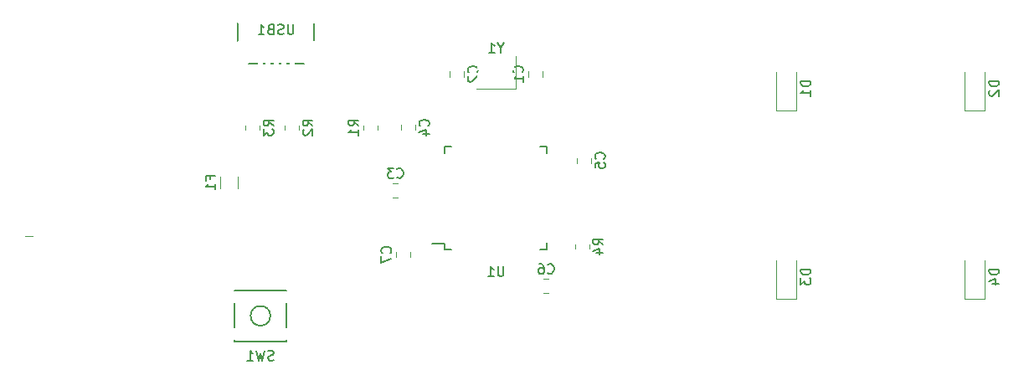
<source format=gbo>
G04 #@! TF.GenerationSoftware,KiCad,Pcbnew,(5.1.4)-1*
G04 #@! TF.CreationDate,2021-01-24T19:33:32+11:00*
G04 #@! TF.ProjectId,aio3 PCB guide,61696f33-2050-4434-9220-67756964652e,rev?*
G04 #@! TF.SameCoordinates,Original*
G04 #@! TF.FileFunction,Legend,Bot*
G04 #@! TF.FilePolarity,Positive*
%FSLAX46Y46*%
G04 Gerber Fmt 4.6, Leading zero omitted, Abs format (unit mm)*
G04 Created by KiCad (PCBNEW (5.1.4)-1) date 2021-01-24 19:33:32*
%MOMM*%
%LPD*%
G04 APERTURE LIST*
%ADD10C,0.150000*%
%ADD11C,0.120000*%
%ADD12R,0.602000X2.352000*%
%ADD13O,1.802000X2.802000*%
%ADD14C,1.852000*%
%ADD15R,2.007000X2.007000*%
%ADD16C,2.007000*%
%ADD17C,2.352000*%
%ADD18C,4.089800*%
%ADD19C,2.352000*%
%ADD20C,0.100000*%
%ADD21C,1.127000*%
%ADD22R,1.302000X1.002000*%
%ADD23R,1.502000X1.302000*%
%ADD24R,0.652000X1.602000*%
%ADD25R,1.602000X0.652000*%
%ADD26R,1.902000X1.202000*%
%ADD27C,1.352000*%
%ADD28C,1.102000*%
G04 APERTURE END LIST*
D10*
X78700000Y-51487500D02*
X86400000Y-51487500D01*
X86400000Y-46037500D02*
X86400000Y-51487500D01*
X78700000Y-46037500D02*
X78700000Y-51487500D01*
D11*
X57150000Y-68897500D02*
X57912000Y-68897500D01*
X83402500Y-58170814D02*
X83402500Y-57716686D01*
X84872500Y-58170814D02*
X84872500Y-57716686D01*
X79433750Y-58170814D02*
X79433750Y-57716686D01*
X80903750Y-58170814D02*
X80903750Y-57716686D01*
X154193750Y-75275000D02*
X154193750Y-71375000D01*
X152193750Y-75275000D02*
X152193750Y-71375000D01*
X154193750Y-75275000D02*
X152193750Y-75275000D01*
X135143750Y-56225000D02*
X135143750Y-52325000D01*
X133143750Y-56225000D02*
X133143750Y-52325000D01*
X135143750Y-56225000D02*
X133143750Y-56225000D01*
X154193750Y-56225000D02*
X154193750Y-52325000D01*
X152193750Y-56225000D02*
X152193750Y-52325000D01*
X154193750Y-56225000D02*
X152193750Y-56225000D01*
X135143750Y-75275000D02*
X135143750Y-71375000D01*
X133143750Y-75275000D02*
X133143750Y-71375000D01*
X135143750Y-75275000D02*
X133143750Y-75275000D01*
X106775000Y-54037500D02*
X102775000Y-54037500D01*
X106775000Y-50737500D02*
X106775000Y-54037500D01*
D10*
X99600000Y-69687500D02*
X98325000Y-69687500D01*
X109950000Y-70262500D02*
X109275000Y-70262500D01*
X109950000Y-59912500D02*
X109275000Y-59912500D01*
X99600000Y-59912500D02*
X100275000Y-59912500D01*
X99600000Y-70262500D02*
X100275000Y-70262500D01*
X99600000Y-59912500D02*
X99600000Y-60587500D01*
X109950000Y-59912500D02*
X109950000Y-60587500D01*
X109950000Y-70262500D02*
X109950000Y-69587500D01*
X99600000Y-70262500D02*
X99600000Y-69687500D01*
X83562500Y-74393750D02*
X78362500Y-74393750D01*
X78362500Y-74393750D02*
X78362500Y-79593750D01*
X78362500Y-79593750D02*
X83562500Y-79593750D01*
X83562500Y-79593750D02*
X83562500Y-74393750D01*
X81962500Y-76993750D02*
G75*
G03X81962500Y-76993750I-1000000J0D01*
G01*
D11*
X112771250Y-70195814D02*
X112771250Y-69741686D01*
X114241250Y-70195814D02*
X114241250Y-69741686D01*
X92810000Y-57716686D02*
X92810000Y-58170814D01*
X91340000Y-57716686D02*
X91340000Y-58170814D01*
X78697500Y-62897936D02*
X78697500Y-64102064D01*
X76877500Y-62897936D02*
X76877500Y-64102064D01*
X96143750Y-70543748D02*
X96143750Y-71066252D01*
X94673750Y-70543748D02*
X94673750Y-71066252D01*
X110116252Y-74712500D02*
X109593748Y-74712500D01*
X110116252Y-73242500D02*
X109593748Y-73242500D01*
X112930000Y-61538752D02*
X112930000Y-61016248D01*
X114400000Y-61538752D02*
X114400000Y-61016248D01*
X95150000Y-58205002D02*
X95150000Y-57682498D01*
X96620000Y-58205002D02*
X96620000Y-57682498D01*
X94876252Y-65028750D02*
X94353748Y-65028750D01*
X94876252Y-63558750D02*
X94353748Y-63558750D01*
X100071250Y-52805002D02*
X100071250Y-52282498D01*
X101541250Y-52805002D02*
X101541250Y-52282498D01*
X109478750Y-52282498D02*
X109478750Y-52805002D01*
X108008750Y-52282498D02*
X108008750Y-52805002D01*
D10*
X84288095Y-47521880D02*
X84288095Y-48331404D01*
X84240476Y-48426642D01*
X84192857Y-48474261D01*
X84097619Y-48521880D01*
X83907142Y-48521880D01*
X83811904Y-48474261D01*
X83764285Y-48426642D01*
X83716666Y-48331404D01*
X83716666Y-47521880D01*
X83288095Y-48474261D02*
X83145238Y-48521880D01*
X82907142Y-48521880D01*
X82811904Y-48474261D01*
X82764285Y-48426642D01*
X82716666Y-48331404D01*
X82716666Y-48236166D01*
X82764285Y-48140928D01*
X82811904Y-48093309D01*
X82907142Y-48045690D01*
X83097619Y-47998071D01*
X83192857Y-47950452D01*
X83240476Y-47902833D01*
X83288095Y-47807595D01*
X83288095Y-47712357D01*
X83240476Y-47617119D01*
X83192857Y-47569500D01*
X83097619Y-47521880D01*
X82859523Y-47521880D01*
X82716666Y-47569500D01*
X81954761Y-47998071D02*
X81811904Y-48045690D01*
X81764285Y-48093309D01*
X81716666Y-48188547D01*
X81716666Y-48331404D01*
X81764285Y-48426642D01*
X81811904Y-48474261D01*
X81907142Y-48521880D01*
X82288095Y-48521880D01*
X82288095Y-47521880D01*
X81954761Y-47521880D01*
X81859523Y-47569500D01*
X81811904Y-47617119D01*
X81764285Y-47712357D01*
X81764285Y-47807595D01*
X81811904Y-47902833D01*
X81859523Y-47950452D01*
X81954761Y-47998071D01*
X82288095Y-47998071D01*
X80764285Y-48521880D02*
X81335714Y-48521880D01*
X81050000Y-48521880D02*
X81050000Y-47521880D01*
X81145238Y-47664738D01*
X81240476Y-47759976D01*
X81335714Y-47807595D01*
X86239880Y-57777083D02*
X85763690Y-57443750D01*
X86239880Y-57205654D02*
X85239880Y-57205654D01*
X85239880Y-57586607D01*
X85287500Y-57681845D01*
X85335119Y-57729464D01*
X85430357Y-57777083D01*
X85573214Y-57777083D01*
X85668452Y-57729464D01*
X85716071Y-57681845D01*
X85763690Y-57586607D01*
X85763690Y-57205654D01*
X85335119Y-58158035D02*
X85287500Y-58205654D01*
X85239880Y-58300892D01*
X85239880Y-58538988D01*
X85287500Y-58634226D01*
X85335119Y-58681845D01*
X85430357Y-58729464D01*
X85525595Y-58729464D01*
X85668452Y-58681845D01*
X86239880Y-58110416D01*
X86239880Y-58729464D01*
X82271130Y-57777083D02*
X81794940Y-57443750D01*
X82271130Y-57205654D02*
X81271130Y-57205654D01*
X81271130Y-57586607D01*
X81318750Y-57681845D01*
X81366369Y-57729464D01*
X81461607Y-57777083D01*
X81604464Y-57777083D01*
X81699702Y-57729464D01*
X81747321Y-57681845D01*
X81794940Y-57586607D01*
X81794940Y-57205654D01*
X81271130Y-58110416D02*
X81271130Y-58729464D01*
X81652083Y-58396130D01*
X81652083Y-58538988D01*
X81699702Y-58634226D01*
X81747321Y-58681845D01*
X81842559Y-58729464D01*
X82080654Y-58729464D01*
X82175892Y-58681845D01*
X82223511Y-58634226D01*
X82271130Y-58538988D01*
X82271130Y-58253273D01*
X82223511Y-58158035D01*
X82175892Y-58110416D01*
X155646130Y-72286904D02*
X154646130Y-72286904D01*
X154646130Y-72525000D01*
X154693750Y-72667857D01*
X154788988Y-72763095D01*
X154884226Y-72810714D01*
X155074702Y-72858333D01*
X155217559Y-72858333D01*
X155408035Y-72810714D01*
X155503273Y-72763095D01*
X155598511Y-72667857D01*
X155646130Y-72525000D01*
X155646130Y-72286904D01*
X154979464Y-73715476D02*
X155646130Y-73715476D01*
X154598511Y-73477380D02*
X155312797Y-73239285D01*
X155312797Y-73858333D01*
X136596130Y-53236904D02*
X135596130Y-53236904D01*
X135596130Y-53475000D01*
X135643750Y-53617857D01*
X135738988Y-53713095D01*
X135834226Y-53760714D01*
X136024702Y-53808333D01*
X136167559Y-53808333D01*
X136358035Y-53760714D01*
X136453273Y-53713095D01*
X136548511Y-53617857D01*
X136596130Y-53475000D01*
X136596130Y-53236904D01*
X136596130Y-54760714D02*
X136596130Y-54189285D01*
X136596130Y-54475000D02*
X135596130Y-54475000D01*
X135738988Y-54379761D01*
X135834226Y-54284523D01*
X135881845Y-54189285D01*
X155646130Y-53236904D02*
X154646130Y-53236904D01*
X154646130Y-53475000D01*
X154693750Y-53617857D01*
X154788988Y-53713095D01*
X154884226Y-53760714D01*
X155074702Y-53808333D01*
X155217559Y-53808333D01*
X155408035Y-53760714D01*
X155503273Y-53713095D01*
X155598511Y-53617857D01*
X155646130Y-53475000D01*
X155646130Y-53236904D01*
X154741369Y-54189285D02*
X154693750Y-54236904D01*
X154646130Y-54332142D01*
X154646130Y-54570238D01*
X154693750Y-54665476D01*
X154741369Y-54713095D01*
X154836607Y-54760714D01*
X154931845Y-54760714D01*
X155074702Y-54713095D01*
X155646130Y-54141666D01*
X155646130Y-54760714D01*
X136596130Y-72286904D02*
X135596130Y-72286904D01*
X135596130Y-72525000D01*
X135643750Y-72667857D01*
X135738988Y-72763095D01*
X135834226Y-72810714D01*
X136024702Y-72858333D01*
X136167559Y-72858333D01*
X136358035Y-72810714D01*
X136453273Y-72763095D01*
X136548511Y-72667857D01*
X136596130Y-72525000D01*
X136596130Y-72286904D01*
X135596130Y-73191666D02*
X135596130Y-73810714D01*
X135977083Y-73477380D01*
X135977083Y-73620238D01*
X136024702Y-73715476D01*
X136072321Y-73763095D01*
X136167559Y-73810714D01*
X136405654Y-73810714D01*
X136500892Y-73763095D01*
X136548511Y-73715476D01*
X136596130Y-73620238D01*
X136596130Y-73334523D01*
X136548511Y-73239285D01*
X136500892Y-73191666D01*
X105251190Y-49913690D02*
X105251190Y-50389880D01*
X105584523Y-49389880D02*
X105251190Y-49913690D01*
X104917857Y-49389880D01*
X104060714Y-50389880D02*
X104632142Y-50389880D01*
X104346428Y-50389880D02*
X104346428Y-49389880D01*
X104441666Y-49532738D01*
X104536904Y-49627976D01*
X104632142Y-49675595D01*
X105536904Y-71989880D02*
X105536904Y-72799404D01*
X105489285Y-72894642D01*
X105441666Y-72942261D01*
X105346428Y-72989880D01*
X105155952Y-72989880D01*
X105060714Y-72942261D01*
X105013095Y-72894642D01*
X104965476Y-72799404D01*
X104965476Y-71989880D01*
X103965476Y-72989880D02*
X104536904Y-72989880D01*
X104251190Y-72989880D02*
X104251190Y-71989880D01*
X104346428Y-72132738D01*
X104441666Y-72227976D01*
X104536904Y-72275595D01*
X82295833Y-81462511D02*
X82152976Y-81510130D01*
X81914880Y-81510130D01*
X81819642Y-81462511D01*
X81772023Y-81414892D01*
X81724404Y-81319654D01*
X81724404Y-81224416D01*
X81772023Y-81129178D01*
X81819642Y-81081559D01*
X81914880Y-81033940D01*
X82105357Y-80986321D01*
X82200595Y-80938702D01*
X82248214Y-80891083D01*
X82295833Y-80795845D01*
X82295833Y-80700607D01*
X82248214Y-80605369D01*
X82200595Y-80557750D01*
X82105357Y-80510130D01*
X81867261Y-80510130D01*
X81724404Y-80557750D01*
X81391071Y-80510130D02*
X81152976Y-81510130D01*
X80962500Y-80795845D01*
X80772023Y-81510130D01*
X80533928Y-80510130D01*
X79629166Y-81510130D02*
X80200595Y-81510130D01*
X79914880Y-81510130D02*
X79914880Y-80510130D01*
X80010119Y-80652988D01*
X80105357Y-80748226D01*
X80200595Y-80795845D01*
X115608630Y-69802083D02*
X115132440Y-69468750D01*
X115608630Y-69230654D02*
X114608630Y-69230654D01*
X114608630Y-69611607D01*
X114656250Y-69706845D01*
X114703869Y-69754464D01*
X114799107Y-69802083D01*
X114941964Y-69802083D01*
X115037202Y-69754464D01*
X115084821Y-69706845D01*
X115132440Y-69611607D01*
X115132440Y-69230654D01*
X114941964Y-70659226D02*
X115608630Y-70659226D01*
X114561011Y-70421130D02*
X115275297Y-70183035D01*
X115275297Y-70802083D01*
X90877380Y-57777083D02*
X90401190Y-57443750D01*
X90877380Y-57205654D02*
X89877380Y-57205654D01*
X89877380Y-57586607D01*
X89925000Y-57681845D01*
X89972619Y-57729464D01*
X90067857Y-57777083D01*
X90210714Y-57777083D01*
X90305952Y-57729464D01*
X90353571Y-57681845D01*
X90401190Y-57586607D01*
X90401190Y-57205654D01*
X90877380Y-58729464D02*
X90877380Y-58158035D01*
X90877380Y-58443750D02*
X89877380Y-58443750D01*
X90020238Y-58348511D01*
X90115476Y-58253273D01*
X90163095Y-58158035D01*
X75896071Y-63166666D02*
X75896071Y-62833333D01*
X76419880Y-62833333D02*
X75419880Y-62833333D01*
X75419880Y-63309523D01*
X76419880Y-64214285D02*
X76419880Y-63642857D01*
X76419880Y-63928571D02*
X75419880Y-63928571D01*
X75562738Y-63833333D01*
X75657976Y-63738095D01*
X75705595Y-63642857D01*
X94085892Y-70638333D02*
X94133511Y-70590714D01*
X94181130Y-70447857D01*
X94181130Y-70352619D01*
X94133511Y-70209761D01*
X94038273Y-70114523D01*
X93943035Y-70066904D01*
X93752559Y-70019285D01*
X93609702Y-70019285D01*
X93419226Y-70066904D01*
X93323988Y-70114523D01*
X93228750Y-70209761D01*
X93181130Y-70352619D01*
X93181130Y-70447857D01*
X93228750Y-70590714D01*
X93276369Y-70638333D01*
X93181130Y-70971666D02*
X93181130Y-71638333D01*
X94181130Y-71209761D01*
X110021666Y-72654642D02*
X110069285Y-72702261D01*
X110212142Y-72749880D01*
X110307380Y-72749880D01*
X110450238Y-72702261D01*
X110545476Y-72607023D01*
X110593095Y-72511785D01*
X110640714Y-72321309D01*
X110640714Y-72178452D01*
X110593095Y-71987976D01*
X110545476Y-71892738D01*
X110450238Y-71797500D01*
X110307380Y-71749880D01*
X110212142Y-71749880D01*
X110069285Y-71797500D01*
X110021666Y-71845119D01*
X109164523Y-71749880D02*
X109355000Y-71749880D01*
X109450238Y-71797500D01*
X109497857Y-71845119D01*
X109593095Y-71987976D01*
X109640714Y-72178452D01*
X109640714Y-72559404D01*
X109593095Y-72654642D01*
X109545476Y-72702261D01*
X109450238Y-72749880D01*
X109259761Y-72749880D01*
X109164523Y-72702261D01*
X109116904Y-72654642D01*
X109069285Y-72559404D01*
X109069285Y-72321309D01*
X109116904Y-72226071D01*
X109164523Y-72178452D01*
X109259761Y-72130833D01*
X109450238Y-72130833D01*
X109545476Y-72178452D01*
X109593095Y-72226071D01*
X109640714Y-72321309D01*
X115702142Y-61110833D02*
X115749761Y-61063214D01*
X115797380Y-60920357D01*
X115797380Y-60825119D01*
X115749761Y-60682261D01*
X115654523Y-60587023D01*
X115559285Y-60539404D01*
X115368809Y-60491785D01*
X115225952Y-60491785D01*
X115035476Y-60539404D01*
X114940238Y-60587023D01*
X114845000Y-60682261D01*
X114797380Y-60825119D01*
X114797380Y-60920357D01*
X114845000Y-61063214D01*
X114892619Y-61110833D01*
X114797380Y-62015595D02*
X114797380Y-61539404D01*
X115273571Y-61491785D01*
X115225952Y-61539404D01*
X115178333Y-61634642D01*
X115178333Y-61872738D01*
X115225952Y-61967976D01*
X115273571Y-62015595D01*
X115368809Y-62063214D01*
X115606904Y-62063214D01*
X115702142Y-62015595D01*
X115749761Y-61967976D01*
X115797380Y-61872738D01*
X115797380Y-61634642D01*
X115749761Y-61539404D01*
X115702142Y-61491785D01*
X97922142Y-57777083D02*
X97969761Y-57729464D01*
X98017380Y-57586607D01*
X98017380Y-57491369D01*
X97969761Y-57348511D01*
X97874523Y-57253273D01*
X97779285Y-57205654D01*
X97588809Y-57158035D01*
X97445952Y-57158035D01*
X97255476Y-57205654D01*
X97160238Y-57253273D01*
X97065000Y-57348511D01*
X97017380Y-57491369D01*
X97017380Y-57586607D01*
X97065000Y-57729464D01*
X97112619Y-57777083D01*
X97350714Y-58634226D02*
X98017380Y-58634226D01*
X96969761Y-58396130D02*
X97684047Y-58158035D01*
X97684047Y-58777083D01*
X94781666Y-62970892D02*
X94829285Y-63018511D01*
X94972142Y-63066130D01*
X95067380Y-63066130D01*
X95210238Y-63018511D01*
X95305476Y-62923273D01*
X95353095Y-62828035D01*
X95400714Y-62637559D01*
X95400714Y-62494702D01*
X95353095Y-62304226D01*
X95305476Y-62208988D01*
X95210238Y-62113750D01*
X95067380Y-62066130D01*
X94972142Y-62066130D01*
X94829285Y-62113750D01*
X94781666Y-62161369D01*
X94448333Y-62066130D02*
X93829285Y-62066130D01*
X94162619Y-62447083D01*
X94019761Y-62447083D01*
X93924523Y-62494702D01*
X93876904Y-62542321D01*
X93829285Y-62637559D01*
X93829285Y-62875654D01*
X93876904Y-62970892D01*
X93924523Y-63018511D01*
X94019761Y-63066130D01*
X94305476Y-63066130D01*
X94400714Y-63018511D01*
X94448333Y-62970892D01*
X102843392Y-52377083D02*
X102891011Y-52329464D01*
X102938630Y-52186607D01*
X102938630Y-52091369D01*
X102891011Y-51948511D01*
X102795773Y-51853273D01*
X102700535Y-51805654D01*
X102510059Y-51758035D01*
X102367202Y-51758035D01*
X102176726Y-51805654D01*
X102081488Y-51853273D01*
X101986250Y-51948511D01*
X101938630Y-52091369D01*
X101938630Y-52186607D01*
X101986250Y-52329464D01*
X102033869Y-52377083D01*
X102033869Y-52758035D02*
X101986250Y-52805654D01*
X101938630Y-52900892D01*
X101938630Y-53138988D01*
X101986250Y-53234226D01*
X102033869Y-53281845D01*
X102129107Y-53329464D01*
X102224345Y-53329464D01*
X102367202Y-53281845D01*
X102938630Y-52710416D01*
X102938630Y-53329464D01*
X107420892Y-52377083D02*
X107468511Y-52329464D01*
X107516130Y-52186607D01*
X107516130Y-52091369D01*
X107468511Y-51948511D01*
X107373273Y-51853273D01*
X107278035Y-51805654D01*
X107087559Y-51758035D01*
X106944702Y-51758035D01*
X106754226Y-51805654D01*
X106658988Y-51853273D01*
X106563750Y-51948511D01*
X106516130Y-52091369D01*
X106516130Y-52186607D01*
X106563750Y-52329464D01*
X106611369Y-52377083D01*
X107516130Y-53329464D02*
X107516130Y-52758035D01*
X107516130Y-53043750D02*
X106516130Y-53043750D01*
X106658988Y-52948511D01*
X106754226Y-52853273D01*
X106801845Y-52758035D01*
%LPC*%
D12*
X84150000Y-50537500D03*
X83350000Y-50537500D03*
X82550000Y-50537500D03*
X81750000Y-50537500D03*
X80950000Y-50537500D03*
D13*
X78900000Y-50537500D03*
X86200000Y-50537500D03*
X86200000Y-46037500D03*
X78900000Y-46037500D03*
D14*
X150336250Y-73025000D03*
X140176250Y-73025000D03*
D15*
X146526250Y-78105000D03*
D16*
X143986250Y-78105000D03*
D17*
X142756250Y-69025000D03*
D18*
X145256250Y-73025000D03*
D17*
X142101251Y-69755000D03*
D19*
X141446250Y-70485000D02*
X142756252Y-69025000D01*
D17*
X147796250Y-67945000D03*
X147776250Y-68235000D03*
D19*
X147756250Y-68525000D02*
X147796250Y-67945000D01*
D20*
G36*
X84640566Y-56469074D02*
G01*
X84667249Y-56473032D01*
X84693416Y-56479586D01*
X84718814Y-56488674D01*
X84743199Y-56500207D01*
X84766336Y-56514075D01*
X84788003Y-56530144D01*
X84807990Y-56548260D01*
X84826106Y-56568247D01*
X84842175Y-56589914D01*
X84856043Y-56613051D01*
X84867576Y-56637436D01*
X84876664Y-56662834D01*
X84883218Y-56689001D01*
X84887176Y-56715684D01*
X84888500Y-56742627D01*
X84888500Y-57319873D01*
X84887176Y-57346816D01*
X84883218Y-57373499D01*
X84876664Y-57399666D01*
X84867576Y-57425064D01*
X84856043Y-57449449D01*
X84842175Y-57472586D01*
X84826106Y-57494253D01*
X84807990Y-57514240D01*
X84788003Y-57532356D01*
X84766336Y-57548425D01*
X84743199Y-57562293D01*
X84718814Y-57573826D01*
X84693416Y-57582914D01*
X84667249Y-57589468D01*
X84640566Y-57593426D01*
X84613623Y-57594750D01*
X83661377Y-57594750D01*
X83634434Y-57593426D01*
X83607751Y-57589468D01*
X83581584Y-57582914D01*
X83556186Y-57573826D01*
X83531801Y-57562293D01*
X83508664Y-57548425D01*
X83486997Y-57532356D01*
X83467010Y-57514240D01*
X83448894Y-57494253D01*
X83432825Y-57472586D01*
X83418957Y-57449449D01*
X83407424Y-57425064D01*
X83398336Y-57399666D01*
X83391782Y-57373499D01*
X83387824Y-57346816D01*
X83386500Y-57319873D01*
X83386500Y-56742627D01*
X83387824Y-56715684D01*
X83391782Y-56689001D01*
X83398336Y-56662834D01*
X83407424Y-56637436D01*
X83418957Y-56613051D01*
X83432825Y-56589914D01*
X83448894Y-56568247D01*
X83467010Y-56548260D01*
X83486997Y-56530144D01*
X83508664Y-56514075D01*
X83531801Y-56500207D01*
X83556186Y-56488674D01*
X83581584Y-56479586D01*
X83607751Y-56473032D01*
X83634434Y-56469074D01*
X83661377Y-56467750D01*
X84613623Y-56467750D01*
X84640566Y-56469074D01*
X84640566Y-56469074D01*
G37*
D21*
X84137500Y-57031250D03*
D20*
G36*
X84640566Y-58294074D02*
G01*
X84667249Y-58298032D01*
X84693416Y-58304586D01*
X84718814Y-58313674D01*
X84743199Y-58325207D01*
X84766336Y-58339075D01*
X84788003Y-58355144D01*
X84807990Y-58373260D01*
X84826106Y-58393247D01*
X84842175Y-58414914D01*
X84856043Y-58438051D01*
X84867576Y-58462436D01*
X84876664Y-58487834D01*
X84883218Y-58514001D01*
X84887176Y-58540684D01*
X84888500Y-58567627D01*
X84888500Y-59144873D01*
X84887176Y-59171816D01*
X84883218Y-59198499D01*
X84876664Y-59224666D01*
X84867576Y-59250064D01*
X84856043Y-59274449D01*
X84842175Y-59297586D01*
X84826106Y-59319253D01*
X84807990Y-59339240D01*
X84788003Y-59357356D01*
X84766336Y-59373425D01*
X84743199Y-59387293D01*
X84718814Y-59398826D01*
X84693416Y-59407914D01*
X84667249Y-59414468D01*
X84640566Y-59418426D01*
X84613623Y-59419750D01*
X83661377Y-59419750D01*
X83634434Y-59418426D01*
X83607751Y-59414468D01*
X83581584Y-59407914D01*
X83556186Y-59398826D01*
X83531801Y-59387293D01*
X83508664Y-59373425D01*
X83486997Y-59357356D01*
X83467010Y-59339240D01*
X83448894Y-59319253D01*
X83432825Y-59297586D01*
X83418957Y-59274449D01*
X83407424Y-59250064D01*
X83398336Y-59224666D01*
X83391782Y-59198499D01*
X83387824Y-59171816D01*
X83386500Y-59144873D01*
X83386500Y-58567627D01*
X83387824Y-58540684D01*
X83391782Y-58514001D01*
X83398336Y-58487834D01*
X83407424Y-58462436D01*
X83418957Y-58438051D01*
X83432825Y-58414914D01*
X83448894Y-58393247D01*
X83467010Y-58373260D01*
X83486997Y-58355144D01*
X83508664Y-58339075D01*
X83531801Y-58325207D01*
X83556186Y-58313674D01*
X83581584Y-58304586D01*
X83607751Y-58298032D01*
X83634434Y-58294074D01*
X83661377Y-58292750D01*
X84613623Y-58292750D01*
X84640566Y-58294074D01*
X84640566Y-58294074D01*
G37*
D21*
X84137500Y-58856250D03*
D20*
G36*
X80671816Y-56469074D02*
G01*
X80698499Y-56473032D01*
X80724666Y-56479586D01*
X80750064Y-56488674D01*
X80774449Y-56500207D01*
X80797586Y-56514075D01*
X80819253Y-56530144D01*
X80839240Y-56548260D01*
X80857356Y-56568247D01*
X80873425Y-56589914D01*
X80887293Y-56613051D01*
X80898826Y-56637436D01*
X80907914Y-56662834D01*
X80914468Y-56689001D01*
X80918426Y-56715684D01*
X80919750Y-56742627D01*
X80919750Y-57319873D01*
X80918426Y-57346816D01*
X80914468Y-57373499D01*
X80907914Y-57399666D01*
X80898826Y-57425064D01*
X80887293Y-57449449D01*
X80873425Y-57472586D01*
X80857356Y-57494253D01*
X80839240Y-57514240D01*
X80819253Y-57532356D01*
X80797586Y-57548425D01*
X80774449Y-57562293D01*
X80750064Y-57573826D01*
X80724666Y-57582914D01*
X80698499Y-57589468D01*
X80671816Y-57593426D01*
X80644873Y-57594750D01*
X79692627Y-57594750D01*
X79665684Y-57593426D01*
X79639001Y-57589468D01*
X79612834Y-57582914D01*
X79587436Y-57573826D01*
X79563051Y-57562293D01*
X79539914Y-57548425D01*
X79518247Y-57532356D01*
X79498260Y-57514240D01*
X79480144Y-57494253D01*
X79464075Y-57472586D01*
X79450207Y-57449449D01*
X79438674Y-57425064D01*
X79429586Y-57399666D01*
X79423032Y-57373499D01*
X79419074Y-57346816D01*
X79417750Y-57319873D01*
X79417750Y-56742627D01*
X79419074Y-56715684D01*
X79423032Y-56689001D01*
X79429586Y-56662834D01*
X79438674Y-56637436D01*
X79450207Y-56613051D01*
X79464075Y-56589914D01*
X79480144Y-56568247D01*
X79498260Y-56548260D01*
X79518247Y-56530144D01*
X79539914Y-56514075D01*
X79563051Y-56500207D01*
X79587436Y-56488674D01*
X79612834Y-56479586D01*
X79639001Y-56473032D01*
X79665684Y-56469074D01*
X79692627Y-56467750D01*
X80644873Y-56467750D01*
X80671816Y-56469074D01*
X80671816Y-56469074D01*
G37*
D21*
X80168750Y-57031250D03*
D20*
G36*
X80671816Y-58294074D02*
G01*
X80698499Y-58298032D01*
X80724666Y-58304586D01*
X80750064Y-58313674D01*
X80774449Y-58325207D01*
X80797586Y-58339075D01*
X80819253Y-58355144D01*
X80839240Y-58373260D01*
X80857356Y-58393247D01*
X80873425Y-58414914D01*
X80887293Y-58438051D01*
X80898826Y-58462436D01*
X80907914Y-58487834D01*
X80914468Y-58514001D01*
X80918426Y-58540684D01*
X80919750Y-58567627D01*
X80919750Y-59144873D01*
X80918426Y-59171816D01*
X80914468Y-59198499D01*
X80907914Y-59224666D01*
X80898826Y-59250064D01*
X80887293Y-59274449D01*
X80873425Y-59297586D01*
X80857356Y-59319253D01*
X80839240Y-59339240D01*
X80819253Y-59357356D01*
X80797586Y-59373425D01*
X80774449Y-59387293D01*
X80750064Y-59398826D01*
X80724666Y-59407914D01*
X80698499Y-59414468D01*
X80671816Y-59418426D01*
X80644873Y-59419750D01*
X79692627Y-59419750D01*
X79665684Y-59418426D01*
X79639001Y-59414468D01*
X79612834Y-59407914D01*
X79587436Y-59398826D01*
X79563051Y-59387293D01*
X79539914Y-59373425D01*
X79518247Y-59357356D01*
X79498260Y-59339240D01*
X79480144Y-59319253D01*
X79464075Y-59297586D01*
X79450207Y-59274449D01*
X79438674Y-59250064D01*
X79429586Y-59224666D01*
X79423032Y-59198499D01*
X79419074Y-59171816D01*
X79417750Y-59144873D01*
X79417750Y-58567627D01*
X79419074Y-58540684D01*
X79423032Y-58514001D01*
X79429586Y-58487834D01*
X79438674Y-58462436D01*
X79450207Y-58438051D01*
X79464075Y-58414914D01*
X79480144Y-58393247D01*
X79498260Y-58373260D01*
X79518247Y-58355144D01*
X79539914Y-58339075D01*
X79563051Y-58325207D01*
X79587436Y-58313674D01*
X79612834Y-58304586D01*
X79639001Y-58298032D01*
X79665684Y-58294074D01*
X79692627Y-58292750D01*
X80644873Y-58292750D01*
X80671816Y-58294074D01*
X80671816Y-58294074D01*
G37*
D21*
X80168750Y-58856250D03*
D14*
X131286250Y-73025000D03*
X121126250Y-73025000D03*
D15*
X127476250Y-78105000D03*
D16*
X124936250Y-78105000D03*
D17*
X123706250Y-69025000D03*
D18*
X126206250Y-73025000D03*
D17*
X123051251Y-69755000D03*
D19*
X122396250Y-70485000D02*
X123706252Y-69025000D01*
D17*
X128746250Y-67945000D03*
X128726250Y-68235000D03*
D19*
X128706250Y-68525000D02*
X128746250Y-67945000D01*
D14*
X131286250Y-53975000D03*
X121126250Y-53975000D03*
D15*
X127476250Y-59055000D03*
D16*
X124936250Y-59055000D03*
D17*
X123706250Y-49975000D03*
D18*
X126206250Y-53975000D03*
D17*
X123051251Y-50705000D03*
D19*
X122396250Y-51435000D02*
X123706252Y-49975000D01*
D17*
X128746250Y-48895000D03*
X128726250Y-49185000D03*
D19*
X128706250Y-49475000D02*
X128746250Y-48895000D01*
D14*
X150336250Y-53975000D03*
X140176250Y-53975000D03*
D15*
X146526250Y-59055000D03*
D16*
X143986250Y-59055000D03*
D17*
X142756250Y-49975000D03*
D18*
X145256250Y-53975000D03*
D17*
X142101251Y-50705000D03*
D19*
X141446250Y-51435000D02*
X142756252Y-49975000D01*
D17*
X147796250Y-48895000D03*
X147776250Y-49185000D03*
D19*
X147756250Y-49475000D02*
X147796250Y-48895000D01*
D22*
X153193750Y-71375000D03*
X153193750Y-74675000D03*
X134143750Y-52325000D03*
X134143750Y-55625000D03*
X153193750Y-52325000D03*
X153193750Y-55625000D03*
X134143750Y-71375000D03*
X134143750Y-74675000D03*
D23*
X105875000Y-51537500D03*
X103675000Y-51537500D03*
X103675000Y-53237500D03*
X105875000Y-53237500D03*
D24*
X100775000Y-70787500D03*
X101575000Y-70787500D03*
X102375000Y-70787500D03*
X103175000Y-70787500D03*
X103975000Y-70787500D03*
X104775000Y-70787500D03*
X105575000Y-70787500D03*
X106375000Y-70787500D03*
X107175000Y-70787500D03*
X107975000Y-70787500D03*
X108775000Y-70787500D03*
D25*
X110475000Y-69087500D03*
X110475000Y-68287500D03*
X110475000Y-67487500D03*
X110475000Y-66687500D03*
X110475000Y-65887500D03*
X110475000Y-65087500D03*
X110475000Y-64287500D03*
X110475000Y-63487500D03*
X110475000Y-62687500D03*
X110475000Y-61887500D03*
X110475000Y-61087500D03*
D24*
X108775000Y-59387500D03*
X107975000Y-59387500D03*
X107175000Y-59387500D03*
X106375000Y-59387500D03*
X105575000Y-59387500D03*
X104775000Y-59387500D03*
X103975000Y-59387500D03*
X103175000Y-59387500D03*
X102375000Y-59387500D03*
X101575000Y-59387500D03*
X100775000Y-59387500D03*
D25*
X99075000Y-61087500D03*
X99075000Y-61887500D03*
X99075000Y-62687500D03*
X99075000Y-63487500D03*
X99075000Y-64287500D03*
X99075000Y-65087500D03*
X99075000Y-65887500D03*
X99075000Y-66687500D03*
X99075000Y-67487500D03*
X99075000Y-68287500D03*
X99075000Y-69087500D03*
D26*
X84062500Y-78843750D03*
X77862500Y-75143750D03*
X84062500Y-75143750D03*
X77862500Y-78843750D03*
D20*
G36*
X114009316Y-68494074D02*
G01*
X114035999Y-68498032D01*
X114062166Y-68504586D01*
X114087564Y-68513674D01*
X114111949Y-68525207D01*
X114135086Y-68539075D01*
X114156753Y-68555144D01*
X114176740Y-68573260D01*
X114194856Y-68593247D01*
X114210925Y-68614914D01*
X114224793Y-68638051D01*
X114236326Y-68662436D01*
X114245414Y-68687834D01*
X114251968Y-68714001D01*
X114255926Y-68740684D01*
X114257250Y-68767627D01*
X114257250Y-69344873D01*
X114255926Y-69371816D01*
X114251968Y-69398499D01*
X114245414Y-69424666D01*
X114236326Y-69450064D01*
X114224793Y-69474449D01*
X114210925Y-69497586D01*
X114194856Y-69519253D01*
X114176740Y-69539240D01*
X114156753Y-69557356D01*
X114135086Y-69573425D01*
X114111949Y-69587293D01*
X114087564Y-69598826D01*
X114062166Y-69607914D01*
X114035999Y-69614468D01*
X114009316Y-69618426D01*
X113982373Y-69619750D01*
X113030127Y-69619750D01*
X113003184Y-69618426D01*
X112976501Y-69614468D01*
X112950334Y-69607914D01*
X112924936Y-69598826D01*
X112900551Y-69587293D01*
X112877414Y-69573425D01*
X112855747Y-69557356D01*
X112835760Y-69539240D01*
X112817644Y-69519253D01*
X112801575Y-69497586D01*
X112787707Y-69474449D01*
X112776174Y-69450064D01*
X112767086Y-69424666D01*
X112760532Y-69398499D01*
X112756574Y-69371816D01*
X112755250Y-69344873D01*
X112755250Y-68767627D01*
X112756574Y-68740684D01*
X112760532Y-68714001D01*
X112767086Y-68687834D01*
X112776174Y-68662436D01*
X112787707Y-68638051D01*
X112801575Y-68614914D01*
X112817644Y-68593247D01*
X112835760Y-68573260D01*
X112855747Y-68555144D01*
X112877414Y-68539075D01*
X112900551Y-68525207D01*
X112924936Y-68513674D01*
X112950334Y-68504586D01*
X112976501Y-68498032D01*
X113003184Y-68494074D01*
X113030127Y-68492750D01*
X113982373Y-68492750D01*
X114009316Y-68494074D01*
X114009316Y-68494074D01*
G37*
D21*
X113506250Y-69056250D03*
D20*
G36*
X114009316Y-70319074D02*
G01*
X114035999Y-70323032D01*
X114062166Y-70329586D01*
X114087564Y-70338674D01*
X114111949Y-70350207D01*
X114135086Y-70364075D01*
X114156753Y-70380144D01*
X114176740Y-70398260D01*
X114194856Y-70418247D01*
X114210925Y-70439914D01*
X114224793Y-70463051D01*
X114236326Y-70487436D01*
X114245414Y-70512834D01*
X114251968Y-70539001D01*
X114255926Y-70565684D01*
X114257250Y-70592627D01*
X114257250Y-71169873D01*
X114255926Y-71196816D01*
X114251968Y-71223499D01*
X114245414Y-71249666D01*
X114236326Y-71275064D01*
X114224793Y-71299449D01*
X114210925Y-71322586D01*
X114194856Y-71344253D01*
X114176740Y-71364240D01*
X114156753Y-71382356D01*
X114135086Y-71398425D01*
X114111949Y-71412293D01*
X114087564Y-71423826D01*
X114062166Y-71432914D01*
X114035999Y-71439468D01*
X114009316Y-71443426D01*
X113982373Y-71444750D01*
X113030127Y-71444750D01*
X113003184Y-71443426D01*
X112976501Y-71439468D01*
X112950334Y-71432914D01*
X112924936Y-71423826D01*
X112900551Y-71412293D01*
X112877414Y-71398425D01*
X112855747Y-71382356D01*
X112835760Y-71364240D01*
X112817644Y-71344253D01*
X112801575Y-71322586D01*
X112787707Y-71299449D01*
X112776174Y-71275064D01*
X112767086Y-71249666D01*
X112760532Y-71223499D01*
X112756574Y-71196816D01*
X112755250Y-71169873D01*
X112755250Y-70592627D01*
X112756574Y-70565684D01*
X112760532Y-70539001D01*
X112767086Y-70512834D01*
X112776174Y-70487436D01*
X112787707Y-70463051D01*
X112801575Y-70439914D01*
X112817644Y-70418247D01*
X112835760Y-70398260D01*
X112855747Y-70380144D01*
X112877414Y-70364075D01*
X112900551Y-70350207D01*
X112924936Y-70338674D01*
X112950334Y-70329586D01*
X112976501Y-70323032D01*
X113003184Y-70319074D01*
X113030127Y-70317750D01*
X113982373Y-70317750D01*
X114009316Y-70319074D01*
X114009316Y-70319074D01*
G37*
D21*
X113506250Y-70881250D03*
D20*
G36*
X92578066Y-58294074D02*
G01*
X92604749Y-58298032D01*
X92630916Y-58304586D01*
X92656314Y-58313674D01*
X92680699Y-58325207D01*
X92703836Y-58339075D01*
X92725503Y-58355144D01*
X92745490Y-58373260D01*
X92763606Y-58393247D01*
X92779675Y-58414914D01*
X92793543Y-58438051D01*
X92805076Y-58462436D01*
X92814164Y-58487834D01*
X92820718Y-58514001D01*
X92824676Y-58540684D01*
X92826000Y-58567627D01*
X92826000Y-59144873D01*
X92824676Y-59171816D01*
X92820718Y-59198499D01*
X92814164Y-59224666D01*
X92805076Y-59250064D01*
X92793543Y-59274449D01*
X92779675Y-59297586D01*
X92763606Y-59319253D01*
X92745490Y-59339240D01*
X92725503Y-59357356D01*
X92703836Y-59373425D01*
X92680699Y-59387293D01*
X92656314Y-59398826D01*
X92630916Y-59407914D01*
X92604749Y-59414468D01*
X92578066Y-59418426D01*
X92551123Y-59419750D01*
X91598877Y-59419750D01*
X91571934Y-59418426D01*
X91545251Y-59414468D01*
X91519084Y-59407914D01*
X91493686Y-59398826D01*
X91469301Y-59387293D01*
X91446164Y-59373425D01*
X91424497Y-59357356D01*
X91404510Y-59339240D01*
X91386394Y-59319253D01*
X91370325Y-59297586D01*
X91356457Y-59274449D01*
X91344924Y-59250064D01*
X91335836Y-59224666D01*
X91329282Y-59198499D01*
X91325324Y-59171816D01*
X91324000Y-59144873D01*
X91324000Y-58567627D01*
X91325324Y-58540684D01*
X91329282Y-58514001D01*
X91335836Y-58487834D01*
X91344924Y-58462436D01*
X91356457Y-58438051D01*
X91370325Y-58414914D01*
X91386394Y-58393247D01*
X91404510Y-58373260D01*
X91424497Y-58355144D01*
X91446164Y-58339075D01*
X91469301Y-58325207D01*
X91493686Y-58313674D01*
X91519084Y-58304586D01*
X91545251Y-58298032D01*
X91571934Y-58294074D01*
X91598877Y-58292750D01*
X92551123Y-58292750D01*
X92578066Y-58294074D01*
X92578066Y-58294074D01*
G37*
D21*
X92075000Y-58856250D03*
D20*
G36*
X92578066Y-56469074D02*
G01*
X92604749Y-56473032D01*
X92630916Y-56479586D01*
X92656314Y-56488674D01*
X92680699Y-56500207D01*
X92703836Y-56514075D01*
X92725503Y-56530144D01*
X92745490Y-56548260D01*
X92763606Y-56568247D01*
X92779675Y-56589914D01*
X92793543Y-56613051D01*
X92805076Y-56637436D01*
X92814164Y-56662834D01*
X92820718Y-56689001D01*
X92824676Y-56715684D01*
X92826000Y-56742627D01*
X92826000Y-57319873D01*
X92824676Y-57346816D01*
X92820718Y-57373499D01*
X92814164Y-57399666D01*
X92805076Y-57425064D01*
X92793543Y-57449449D01*
X92779675Y-57472586D01*
X92763606Y-57494253D01*
X92745490Y-57514240D01*
X92725503Y-57532356D01*
X92703836Y-57548425D01*
X92680699Y-57562293D01*
X92656314Y-57573826D01*
X92630916Y-57582914D01*
X92604749Y-57589468D01*
X92578066Y-57593426D01*
X92551123Y-57594750D01*
X91598877Y-57594750D01*
X91571934Y-57593426D01*
X91545251Y-57589468D01*
X91519084Y-57582914D01*
X91493686Y-57573826D01*
X91469301Y-57562293D01*
X91446164Y-57548425D01*
X91424497Y-57532356D01*
X91404510Y-57514240D01*
X91386394Y-57494253D01*
X91370325Y-57472586D01*
X91356457Y-57449449D01*
X91344924Y-57425064D01*
X91335836Y-57399666D01*
X91329282Y-57373499D01*
X91325324Y-57346816D01*
X91324000Y-57319873D01*
X91324000Y-56742627D01*
X91325324Y-56715684D01*
X91329282Y-56689001D01*
X91335836Y-56662834D01*
X91344924Y-56637436D01*
X91356457Y-56613051D01*
X91370325Y-56589914D01*
X91386394Y-56568247D01*
X91404510Y-56548260D01*
X91424497Y-56530144D01*
X91446164Y-56514075D01*
X91469301Y-56500207D01*
X91493686Y-56488674D01*
X91519084Y-56479586D01*
X91545251Y-56473032D01*
X91571934Y-56469074D01*
X91598877Y-56467750D01*
X92551123Y-56467750D01*
X92578066Y-56469074D01*
X92578066Y-56469074D01*
G37*
D21*
X92075000Y-57031250D03*
D20*
G36*
X78469604Y-64225302D02*
G01*
X78495852Y-64229196D01*
X78521593Y-64235643D01*
X78546578Y-64244583D01*
X78570566Y-64255928D01*
X78593326Y-64269571D01*
X78614640Y-64285378D01*
X78634302Y-64303198D01*
X78652122Y-64322860D01*
X78667929Y-64344174D01*
X78681572Y-64366934D01*
X78692917Y-64390922D01*
X78701857Y-64415907D01*
X78708304Y-64441648D01*
X78712198Y-64467896D01*
X78713500Y-64494400D01*
X78713500Y-65305600D01*
X78712198Y-65332104D01*
X78708304Y-65358352D01*
X78701857Y-65384093D01*
X78692917Y-65409078D01*
X78681572Y-65433066D01*
X78667929Y-65455826D01*
X78652122Y-65477140D01*
X78634302Y-65496802D01*
X78614640Y-65514622D01*
X78593326Y-65530429D01*
X78570566Y-65544072D01*
X78546578Y-65555417D01*
X78521593Y-65564357D01*
X78495852Y-65570804D01*
X78469604Y-65574698D01*
X78443100Y-65576000D01*
X77131900Y-65576000D01*
X77105396Y-65574698D01*
X77079148Y-65570804D01*
X77053407Y-65564357D01*
X77028422Y-65555417D01*
X77004434Y-65544072D01*
X76981674Y-65530429D01*
X76960360Y-65514622D01*
X76940698Y-65496802D01*
X76922878Y-65477140D01*
X76907071Y-65455826D01*
X76893428Y-65433066D01*
X76882083Y-65409078D01*
X76873143Y-65384093D01*
X76866696Y-65358352D01*
X76862802Y-65332104D01*
X76861500Y-65305600D01*
X76861500Y-64494400D01*
X76862802Y-64467896D01*
X76866696Y-64441648D01*
X76873143Y-64415907D01*
X76882083Y-64390922D01*
X76893428Y-64366934D01*
X76907071Y-64344174D01*
X76922878Y-64322860D01*
X76940698Y-64303198D01*
X76960360Y-64285378D01*
X76981674Y-64269571D01*
X77004434Y-64255928D01*
X77028422Y-64244583D01*
X77053407Y-64235643D01*
X77079148Y-64229196D01*
X77105396Y-64225302D01*
X77131900Y-64224000D01*
X78443100Y-64224000D01*
X78469604Y-64225302D01*
X78469604Y-64225302D01*
G37*
D27*
X77787500Y-64900000D03*
D20*
G36*
X78469604Y-61425302D02*
G01*
X78495852Y-61429196D01*
X78521593Y-61435643D01*
X78546578Y-61444583D01*
X78570566Y-61455928D01*
X78593326Y-61469571D01*
X78614640Y-61485378D01*
X78634302Y-61503198D01*
X78652122Y-61522860D01*
X78667929Y-61544174D01*
X78681572Y-61566934D01*
X78692917Y-61590922D01*
X78701857Y-61615907D01*
X78708304Y-61641648D01*
X78712198Y-61667896D01*
X78713500Y-61694400D01*
X78713500Y-62505600D01*
X78712198Y-62532104D01*
X78708304Y-62558352D01*
X78701857Y-62584093D01*
X78692917Y-62609078D01*
X78681572Y-62633066D01*
X78667929Y-62655826D01*
X78652122Y-62677140D01*
X78634302Y-62696802D01*
X78614640Y-62714622D01*
X78593326Y-62730429D01*
X78570566Y-62744072D01*
X78546578Y-62755417D01*
X78521593Y-62764357D01*
X78495852Y-62770804D01*
X78469604Y-62774698D01*
X78443100Y-62776000D01*
X77131900Y-62776000D01*
X77105396Y-62774698D01*
X77079148Y-62770804D01*
X77053407Y-62764357D01*
X77028422Y-62755417D01*
X77004434Y-62744072D01*
X76981674Y-62730429D01*
X76960360Y-62714622D01*
X76940698Y-62696802D01*
X76922878Y-62677140D01*
X76907071Y-62655826D01*
X76893428Y-62633066D01*
X76882083Y-62609078D01*
X76873143Y-62584093D01*
X76866696Y-62558352D01*
X76862802Y-62532104D01*
X76861500Y-62505600D01*
X76861500Y-61694400D01*
X76862802Y-61667896D01*
X76866696Y-61641648D01*
X76873143Y-61615907D01*
X76882083Y-61590922D01*
X76893428Y-61566934D01*
X76907071Y-61544174D01*
X76922878Y-61522860D01*
X76940698Y-61503198D01*
X76960360Y-61485378D01*
X76981674Y-61469571D01*
X77004434Y-61455928D01*
X77028422Y-61444583D01*
X77053407Y-61435643D01*
X77079148Y-61429196D01*
X77105396Y-61425302D01*
X77131900Y-61424000D01*
X78443100Y-61424000D01*
X78469604Y-61425302D01*
X78469604Y-61425302D01*
G37*
D27*
X77787500Y-62100000D03*
D20*
G36*
X95936254Y-71205327D02*
G01*
X95962997Y-71209294D01*
X95989223Y-71215863D01*
X96014679Y-71224971D01*
X96039120Y-71236531D01*
X96062310Y-71250430D01*
X96084025Y-71266536D01*
X96104058Y-71284692D01*
X96122214Y-71304725D01*
X96138320Y-71326440D01*
X96152219Y-71349630D01*
X96163779Y-71374071D01*
X96172887Y-71399527D01*
X96179456Y-71425753D01*
X96183423Y-71452496D01*
X96184750Y-71479500D01*
X96184750Y-72030500D01*
X96183423Y-72057504D01*
X96179456Y-72084247D01*
X96172887Y-72110473D01*
X96163779Y-72135929D01*
X96152219Y-72160370D01*
X96138320Y-72183560D01*
X96122214Y-72205275D01*
X96104058Y-72225308D01*
X96084025Y-72243464D01*
X96062310Y-72259570D01*
X96039120Y-72273469D01*
X96014679Y-72285029D01*
X95989223Y-72294137D01*
X95962997Y-72300706D01*
X95936254Y-72304673D01*
X95909250Y-72306000D01*
X94908250Y-72306000D01*
X94881246Y-72304673D01*
X94854503Y-72300706D01*
X94828277Y-72294137D01*
X94802821Y-72285029D01*
X94778380Y-72273469D01*
X94755190Y-72259570D01*
X94733475Y-72243464D01*
X94713442Y-72225308D01*
X94695286Y-72205275D01*
X94679180Y-72183560D01*
X94665281Y-72160370D01*
X94653721Y-72135929D01*
X94644613Y-72110473D01*
X94638044Y-72084247D01*
X94634077Y-72057504D01*
X94632750Y-72030500D01*
X94632750Y-71479500D01*
X94634077Y-71452496D01*
X94638044Y-71425753D01*
X94644613Y-71399527D01*
X94653721Y-71374071D01*
X94665281Y-71349630D01*
X94679180Y-71326440D01*
X94695286Y-71304725D01*
X94713442Y-71284692D01*
X94733475Y-71266536D01*
X94755190Y-71250430D01*
X94778380Y-71236531D01*
X94802821Y-71224971D01*
X94828277Y-71215863D01*
X94854503Y-71209294D01*
X94881246Y-71205327D01*
X94908250Y-71204000D01*
X95909250Y-71204000D01*
X95936254Y-71205327D01*
X95936254Y-71205327D01*
G37*
D28*
X95408750Y-71755000D03*
D20*
G36*
X95936254Y-69305327D02*
G01*
X95962997Y-69309294D01*
X95989223Y-69315863D01*
X96014679Y-69324971D01*
X96039120Y-69336531D01*
X96062310Y-69350430D01*
X96084025Y-69366536D01*
X96104058Y-69384692D01*
X96122214Y-69404725D01*
X96138320Y-69426440D01*
X96152219Y-69449630D01*
X96163779Y-69474071D01*
X96172887Y-69499527D01*
X96179456Y-69525753D01*
X96183423Y-69552496D01*
X96184750Y-69579500D01*
X96184750Y-70130500D01*
X96183423Y-70157504D01*
X96179456Y-70184247D01*
X96172887Y-70210473D01*
X96163779Y-70235929D01*
X96152219Y-70260370D01*
X96138320Y-70283560D01*
X96122214Y-70305275D01*
X96104058Y-70325308D01*
X96084025Y-70343464D01*
X96062310Y-70359570D01*
X96039120Y-70373469D01*
X96014679Y-70385029D01*
X95989223Y-70394137D01*
X95962997Y-70400706D01*
X95936254Y-70404673D01*
X95909250Y-70406000D01*
X94908250Y-70406000D01*
X94881246Y-70404673D01*
X94854503Y-70400706D01*
X94828277Y-70394137D01*
X94802821Y-70385029D01*
X94778380Y-70373469D01*
X94755190Y-70359570D01*
X94733475Y-70343464D01*
X94713442Y-70325308D01*
X94695286Y-70305275D01*
X94679180Y-70283560D01*
X94665281Y-70260370D01*
X94653721Y-70235929D01*
X94644613Y-70210473D01*
X94638044Y-70184247D01*
X94634077Y-70157504D01*
X94632750Y-70130500D01*
X94632750Y-69579500D01*
X94634077Y-69552496D01*
X94638044Y-69525753D01*
X94644613Y-69499527D01*
X94653721Y-69474071D01*
X94665281Y-69449630D01*
X94679180Y-69426440D01*
X94695286Y-69404725D01*
X94713442Y-69384692D01*
X94733475Y-69366536D01*
X94755190Y-69350430D01*
X94778380Y-69336531D01*
X94802821Y-69324971D01*
X94828277Y-69315863D01*
X94854503Y-69309294D01*
X94881246Y-69305327D01*
X94908250Y-69304000D01*
X95909250Y-69304000D01*
X95936254Y-69305327D01*
X95936254Y-69305327D01*
G37*
D28*
X95408750Y-69855000D03*
D20*
G36*
X109207504Y-73202827D02*
G01*
X109234247Y-73206794D01*
X109260473Y-73213363D01*
X109285929Y-73222471D01*
X109310370Y-73234031D01*
X109333560Y-73247930D01*
X109355275Y-73264036D01*
X109375308Y-73282192D01*
X109393464Y-73302225D01*
X109409570Y-73323940D01*
X109423469Y-73347130D01*
X109435029Y-73371571D01*
X109444137Y-73397027D01*
X109450706Y-73423253D01*
X109454673Y-73449996D01*
X109456000Y-73477000D01*
X109456000Y-74478000D01*
X109454673Y-74505004D01*
X109450706Y-74531747D01*
X109444137Y-74557973D01*
X109435029Y-74583429D01*
X109423469Y-74607870D01*
X109409570Y-74631060D01*
X109393464Y-74652775D01*
X109375308Y-74672808D01*
X109355275Y-74690964D01*
X109333560Y-74707070D01*
X109310370Y-74720969D01*
X109285929Y-74732529D01*
X109260473Y-74741637D01*
X109234247Y-74748206D01*
X109207504Y-74752173D01*
X109180500Y-74753500D01*
X108629500Y-74753500D01*
X108602496Y-74752173D01*
X108575753Y-74748206D01*
X108549527Y-74741637D01*
X108524071Y-74732529D01*
X108499630Y-74720969D01*
X108476440Y-74707070D01*
X108454725Y-74690964D01*
X108434692Y-74672808D01*
X108416536Y-74652775D01*
X108400430Y-74631060D01*
X108386531Y-74607870D01*
X108374971Y-74583429D01*
X108365863Y-74557973D01*
X108359294Y-74531747D01*
X108355327Y-74505004D01*
X108354000Y-74478000D01*
X108354000Y-73477000D01*
X108355327Y-73449996D01*
X108359294Y-73423253D01*
X108365863Y-73397027D01*
X108374971Y-73371571D01*
X108386531Y-73347130D01*
X108400430Y-73323940D01*
X108416536Y-73302225D01*
X108434692Y-73282192D01*
X108454725Y-73264036D01*
X108476440Y-73247930D01*
X108499630Y-73234031D01*
X108524071Y-73222471D01*
X108549527Y-73213363D01*
X108575753Y-73206794D01*
X108602496Y-73202827D01*
X108629500Y-73201500D01*
X109180500Y-73201500D01*
X109207504Y-73202827D01*
X109207504Y-73202827D01*
G37*
D28*
X108905000Y-73977500D03*
D20*
G36*
X111107504Y-73202827D02*
G01*
X111134247Y-73206794D01*
X111160473Y-73213363D01*
X111185929Y-73222471D01*
X111210370Y-73234031D01*
X111233560Y-73247930D01*
X111255275Y-73264036D01*
X111275308Y-73282192D01*
X111293464Y-73302225D01*
X111309570Y-73323940D01*
X111323469Y-73347130D01*
X111335029Y-73371571D01*
X111344137Y-73397027D01*
X111350706Y-73423253D01*
X111354673Y-73449996D01*
X111356000Y-73477000D01*
X111356000Y-74478000D01*
X111354673Y-74505004D01*
X111350706Y-74531747D01*
X111344137Y-74557973D01*
X111335029Y-74583429D01*
X111323469Y-74607870D01*
X111309570Y-74631060D01*
X111293464Y-74652775D01*
X111275308Y-74672808D01*
X111255275Y-74690964D01*
X111233560Y-74707070D01*
X111210370Y-74720969D01*
X111185929Y-74732529D01*
X111160473Y-74741637D01*
X111134247Y-74748206D01*
X111107504Y-74752173D01*
X111080500Y-74753500D01*
X110529500Y-74753500D01*
X110502496Y-74752173D01*
X110475753Y-74748206D01*
X110449527Y-74741637D01*
X110424071Y-74732529D01*
X110399630Y-74720969D01*
X110376440Y-74707070D01*
X110354725Y-74690964D01*
X110334692Y-74672808D01*
X110316536Y-74652775D01*
X110300430Y-74631060D01*
X110286531Y-74607870D01*
X110274971Y-74583429D01*
X110265863Y-74557973D01*
X110259294Y-74531747D01*
X110255327Y-74505004D01*
X110254000Y-74478000D01*
X110254000Y-73477000D01*
X110255327Y-73449996D01*
X110259294Y-73423253D01*
X110265863Y-73397027D01*
X110274971Y-73371571D01*
X110286531Y-73347130D01*
X110300430Y-73323940D01*
X110316536Y-73302225D01*
X110334692Y-73282192D01*
X110354725Y-73264036D01*
X110376440Y-73247930D01*
X110399630Y-73234031D01*
X110424071Y-73222471D01*
X110449527Y-73213363D01*
X110475753Y-73206794D01*
X110502496Y-73202827D01*
X110529500Y-73201500D01*
X111080500Y-73201500D01*
X111107504Y-73202827D01*
X111107504Y-73202827D01*
G37*
D28*
X110805000Y-73977500D03*
D20*
G36*
X114192504Y-59777827D02*
G01*
X114219247Y-59781794D01*
X114245473Y-59788363D01*
X114270929Y-59797471D01*
X114295370Y-59809031D01*
X114318560Y-59822930D01*
X114340275Y-59839036D01*
X114360308Y-59857192D01*
X114378464Y-59877225D01*
X114394570Y-59898940D01*
X114408469Y-59922130D01*
X114420029Y-59946571D01*
X114429137Y-59972027D01*
X114435706Y-59998253D01*
X114439673Y-60024996D01*
X114441000Y-60052000D01*
X114441000Y-60603000D01*
X114439673Y-60630004D01*
X114435706Y-60656747D01*
X114429137Y-60682973D01*
X114420029Y-60708429D01*
X114408469Y-60732870D01*
X114394570Y-60756060D01*
X114378464Y-60777775D01*
X114360308Y-60797808D01*
X114340275Y-60815964D01*
X114318560Y-60832070D01*
X114295370Y-60845969D01*
X114270929Y-60857529D01*
X114245473Y-60866637D01*
X114219247Y-60873206D01*
X114192504Y-60877173D01*
X114165500Y-60878500D01*
X113164500Y-60878500D01*
X113137496Y-60877173D01*
X113110753Y-60873206D01*
X113084527Y-60866637D01*
X113059071Y-60857529D01*
X113034630Y-60845969D01*
X113011440Y-60832070D01*
X112989725Y-60815964D01*
X112969692Y-60797808D01*
X112951536Y-60777775D01*
X112935430Y-60756060D01*
X112921531Y-60732870D01*
X112909971Y-60708429D01*
X112900863Y-60682973D01*
X112894294Y-60656747D01*
X112890327Y-60630004D01*
X112889000Y-60603000D01*
X112889000Y-60052000D01*
X112890327Y-60024996D01*
X112894294Y-59998253D01*
X112900863Y-59972027D01*
X112909971Y-59946571D01*
X112921531Y-59922130D01*
X112935430Y-59898940D01*
X112951536Y-59877225D01*
X112969692Y-59857192D01*
X112989725Y-59839036D01*
X113011440Y-59822930D01*
X113034630Y-59809031D01*
X113059071Y-59797471D01*
X113084527Y-59788363D01*
X113110753Y-59781794D01*
X113137496Y-59777827D01*
X113164500Y-59776500D01*
X114165500Y-59776500D01*
X114192504Y-59777827D01*
X114192504Y-59777827D01*
G37*
D28*
X113665000Y-60327500D03*
D20*
G36*
X114192504Y-61677827D02*
G01*
X114219247Y-61681794D01*
X114245473Y-61688363D01*
X114270929Y-61697471D01*
X114295370Y-61709031D01*
X114318560Y-61722930D01*
X114340275Y-61739036D01*
X114360308Y-61757192D01*
X114378464Y-61777225D01*
X114394570Y-61798940D01*
X114408469Y-61822130D01*
X114420029Y-61846571D01*
X114429137Y-61872027D01*
X114435706Y-61898253D01*
X114439673Y-61924996D01*
X114441000Y-61952000D01*
X114441000Y-62503000D01*
X114439673Y-62530004D01*
X114435706Y-62556747D01*
X114429137Y-62582973D01*
X114420029Y-62608429D01*
X114408469Y-62632870D01*
X114394570Y-62656060D01*
X114378464Y-62677775D01*
X114360308Y-62697808D01*
X114340275Y-62715964D01*
X114318560Y-62732070D01*
X114295370Y-62745969D01*
X114270929Y-62757529D01*
X114245473Y-62766637D01*
X114219247Y-62773206D01*
X114192504Y-62777173D01*
X114165500Y-62778500D01*
X113164500Y-62778500D01*
X113137496Y-62777173D01*
X113110753Y-62773206D01*
X113084527Y-62766637D01*
X113059071Y-62757529D01*
X113034630Y-62745969D01*
X113011440Y-62732070D01*
X112989725Y-62715964D01*
X112969692Y-62697808D01*
X112951536Y-62677775D01*
X112935430Y-62656060D01*
X112921531Y-62632870D01*
X112909971Y-62608429D01*
X112900863Y-62582973D01*
X112894294Y-62556747D01*
X112890327Y-62530004D01*
X112889000Y-62503000D01*
X112889000Y-61952000D01*
X112890327Y-61924996D01*
X112894294Y-61898253D01*
X112900863Y-61872027D01*
X112909971Y-61846571D01*
X112921531Y-61822130D01*
X112935430Y-61798940D01*
X112951536Y-61777225D01*
X112969692Y-61757192D01*
X112989725Y-61739036D01*
X113011440Y-61722930D01*
X113034630Y-61709031D01*
X113059071Y-61697471D01*
X113084527Y-61688363D01*
X113110753Y-61681794D01*
X113137496Y-61677827D01*
X113164500Y-61676500D01*
X114165500Y-61676500D01*
X114192504Y-61677827D01*
X114192504Y-61677827D01*
G37*
D28*
X113665000Y-62227500D03*
D20*
G36*
X96412504Y-56444077D02*
G01*
X96439247Y-56448044D01*
X96465473Y-56454613D01*
X96490929Y-56463721D01*
X96515370Y-56475281D01*
X96538560Y-56489180D01*
X96560275Y-56505286D01*
X96580308Y-56523442D01*
X96598464Y-56543475D01*
X96614570Y-56565190D01*
X96628469Y-56588380D01*
X96640029Y-56612821D01*
X96649137Y-56638277D01*
X96655706Y-56664503D01*
X96659673Y-56691246D01*
X96661000Y-56718250D01*
X96661000Y-57269250D01*
X96659673Y-57296254D01*
X96655706Y-57322997D01*
X96649137Y-57349223D01*
X96640029Y-57374679D01*
X96628469Y-57399120D01*
X96614570Y-57422310D01*
X96598464Y-57444025D01*
X96580308Y-57464058D01*
X96560275Y-57482214D01*
X96538560Y-57498320D01*
X96515370Y-57512219D01*
X96490929Y-57523779D01*
X96465473Y-57532887D01*
X96439247Y-57539456D01*
X96412504Y-57543423D01*
X96385500Y-57544750D01*
X95384500Y-57544750D01*
X95357496Y-57543423D01*
X95330753Y-57539456D01*
X95304527Y-57532887D01*
X95279071Y-57523779D01*
X95254630Y-57512219D01*
X95231440Y-57498320D01*
X95209725Y-57482214D01*
X95189692Y-57464058D01*
X95171536Y-57444025D01*
X95155430Y-57422310D01*
X95141531Y-57399120D01*
X95129971Y-57374679D01*
X95120863Y-57349223D01*
X95114294Y-57322997D01*
X95110327Y-57296254D01*
X95109000Y-57269250D01*
X95109000Y-56718250D01*
X95110327Y-56691246D01*
X95114294Y-56664503D01*
X95120863Y-56638277D01*
X95129971Y-56612821D01*
X95141531Y-56588380D01*
X95155430Y-56565190D01*
X95171536Y-56543475D01*
X95189692Y-56523442D01*
X95209725Y-56505286D01*
X95231440Y-56489180D01*
X95254630Y-56475281D01*
X95279071Y-56463721D01*
X95304527Y-56454613D01*
X95330753Y-56448044D01*
X95357496Y-56444077D01*
X95384500Y-56442750D01*
X96385500Y-56442750D01*
X96412504Y-56444077D01*
X96412504Y-56444077D01*
G37*
D28*
X95885000Y-56993750D03*
D20*
G36*
X96412504Y-58344077D02*
G01*
X96439247Y-58348044D01*
X96465473Y-58354613D01*
X96490929Y-58363721D01*
X96515370Y-58375281D01*
X96538560Y-58389180D01*
X96560275Y-58405286D01*
X96580308Y-58423442D01*
X96598464Y-58443475D01*
X96614570Y-58465190D01*
X96628469Y-58488380D01*
X96640029Y-58512821D01*
X96649137Y-58538277D01*
X96655706Y-58564503D01*
X96659673Y-58591246D01*
X96661000Y-58618250D01*
X96661000Y-59169250D01*
X96659673Y-59196254D01*
X96655706Y-59222997D01*
X96649137Y-59249223D01*
X96640029Y-59274679D01*
X96628469Y-59299120D01*
X96614570Y-59322310D01*
X96598464Y-59344025D01*
X96580308Y-59364058D01*
X96560275Y-59382214D01*
X96538560Y-59398320D01*
X96515370Y-59412219D01*
X96490929Y-59423779D01*
X96465473Y-59432887D01*
X96439247Y-59439456D01*
X96412504Y-59443423D01*
X96385500Y-59444750D01*
X95384500Y-59444750D01*
X95357496Y-59443423D01*
X95330753Y-59439456D01*
X95304527Y-59432887D01*
X95279071Y-59423779D01*
X95254630Y-59412219D01*
X95231440Y-59398320D01*
X95209725Y-59382214D01*
X95189692Y-59364058D01*
X95171536Y-59344025D01*
X95155430Y-59322310D01*
X95141531Y-59299120D01*
X95129971Y-59274679D01*
X95120863Y-59249223D01*
X95114294Y-59222997D01*
X95110327Y-59196254D01*
X95109000Y-59169250D01*
X95109000Y-58618250D01*
X95110327Y-58591246D01*
X95114294Y-58564503D01*
X95120863Y-58538277D01*
X95129971Y-58512821D01*
X95141531Y-58488380D01*
X95155430Y-58465190D01*
X95171536Y-58443475D01*
X95189692Y-58423442D01*
X95209725Y-58405286D01*
X95231440Y-58389180D01*
X95254630Y-58375281D01*
X95279071Y-58363721D01*
X95304527Y-58354613D01*
X95330753Y-58348044D01*
X95357496Y-58344077D01*
X95384500Y-58342750D01*
X96385500Y-58342750D01*
X96412504Y-58344077D01*
X96412504Y-58344077D01*
G37*
D28*
X95885000Y-58893750D03*
D20*
G36*
X93967504Y-63519077D02*
G01*
X93994247Y-63523044D01*
X94020473Y-63529613D01*
X94045929Y-63538721D01*
X94070370Y-63550281D01*
X94093560Y-63564180D01*
X94115275Y-63580286D01*
X94135308Y-63598442D01*
X94153464Y-63618475D01*
X94169570Y-63640190D01*
X94183469Y-63663380D01*
X94195029Y-63687821D01*
X94204137Y-63713277D01*
X94210706Y-63739503D01*
X94214673Y-63766246D01*
X94216000Y-63793250D01*
X94216000Y-64794250D01*
X94214673Y-64821254D01*
X94210706Y-64847997D01*
X94204137Y-64874223D01*
X94195029Y-64899679D01*
X94183469Y-64924120D01*
X94169570Y-64947310D01*
X94153464Y-64969025D01*
X94135308Y-64989058D01*
X94115275Y-65007214D01*
X94093560Y-65023320D01*
X94070370Y-65037219D01*
X94045929Y-65048779D01*
X94020473Y-65057887D01*
X93994247Y-65064456D01*
X93967504Y-65068423D01*
X93940500Y-65069750D01*
X93389500Y-65069750D01*
X93362496Y-65068423D01*
X93335753Y-65064456D01*
X93309527Y-65057887D01*
X93284071Y-65048779D01*
X93259630Y-65037219D01*
X93236440Y-65023320D01*
X93214725Y-65007214D01*
X93194692Y-64989058D01*
X93176536Y-64969025D01*
X93160430Y-64947310D01*
X93146531Y-64924120D01*
X93134971Y-64899679D01*
X93125863Y-64874223D01*
X93119294Y-64847997D01*
X93115327Y-64821254D01*
X93114000Y-64794250D01*
X93114000Y-63793250D01*
X93115327Y-63766246D01*
X93119294Y-63739503D01*
X93125863Y-63713277D01*
X93134971Y-63687821D01*
X93146531Y-63663380D01*
X93160430Y-63640190D01*
X93176536Y-63618475D01*
X93194692Y-63598442D01*
X93214725Y-63580286D01*
X93236440Y-63564180D01*
X93259630Y-63550281D01*
X93284071Y-63538721D01*
X93309527Y-63529613D01*
X93335753Y-63523044D01*
X93362496Y-63519077D01*
X93389500Y-63517750D01*
X93940500Y-63517750D01*
X93967504Y-63519077D01*
X93967504Y-63519077D01*
G37*
D28*
X93665000Y-64293750D03*
D20*
G36*
X95867504Y-63519077D02*
G01*
X95894247Y-63523044D01*
X95920473Y-63529613D01*
X95945929Y-63538721D01*
X95970370Y-63550281D01*
X95993560Y-63564180D01*
X96015275Y-63580286D01*
X96035308Y-63598442D01*
X96053464Y-63618475D01*
X96069570Y-63640190D01*
X96083469Y-63663380D01*
X96095029Y-63687821D01*
X96104137Y-63713277D01*
X96110706Y-63739503D01*
X96114673Y-63766246D01*
X96116000Y-63793250D01*
X96116000Y-64794250D01*
X96114673Y-64821254D01*
X96110706Y-64847997D01*
X96104137Y-64874223D01*
X96095029Y-64899679D01*
X96083469Y-64924120D01*
X96069570Y-64947310D01*
X96053464Y-64969025D01*
X96035308Y-64989058D01*
X96015275Y-65007214D01*
X95993560Y-65023320D01*
X95970370Y-65037219D01*
X95945929Y-65048779D01*
X95920473Y-65057887D01*
X95894247Y-65064456D01*
X95867504Y-65068423D01*
X95840500Y-65069750D01*
X95289500Y-65069750D01*
X95262496Y-65068423D01*
X95235753Y-65064456D01*
X95209527Y-65057887D01*
X95184071Y-65048779D01*
X95159630Y-65037219D01*
X95136440Y-65023320D01*
X95114725Y-65007214D01*
X95094692Y-64989058D01*
X95076536Y-64969025D01*
X95060430Y-64947310D01*
X95046531Y-64924120D01*
X95034971Y-64899679D01*
X95025863Y-64874223D01*
X95019294Y-64847997D01*
X95015327Y-64821254D01*
X95014000Y-64794250D01*
X95014000Y-63793250D01*
X95015327Y-63766246D01*
X95019294Y-63739503D01*
X95025863Y-63713277D01*
X95034971Y-63687821D01*
X95046531Y-63663380D01*
X95060430Y-63640190D01*
X95076536Y-63618475D01*
X95094692Y-63598442D01*
X95114725Y-63580286D01*
X95136440Y-63564180D01*
X95159630Y-63550281D01*
X95184071Y-63538721D01*
X95209527Y-63529613D01*
X95235753Y-63523044D01*
X95262496Y-63519077D01*
X95289500Y-63517750D01*
X95840500Y-63517750D01*
X95867504Y-63519077D01*
X95867504Y-63519077D01*
G37*
D28*
X95565000Y-64293750D03*
D20*
G36*
X101333754Y-51044077D02*
G01*
X101360497Y-51048044D01*
X101386723Y-51054613D01*
X101412179Y-51063721D01*
X101436620Y-51075281D01*
X101459810Y-51089180D01*
X101481525Y-51105286D01*
X101501558Y-51123442D01*
X101519714Y-51143475D01*
X101535820Y-51165190D01*
X101549719Y-51188380D01*
X101561279Y-51212821D01*
X101570387Y-51238277D01*
X101576956Y-51264503D01*
X101580923Y-51291246D01*
X101582250Y-51318250D01*
X101582250Y-51869250D01*
X101580923Y-51896254D01*
X101576956Y-51922997D01*
X101570387Y-51949223D01*
X101561279Y-51974679D01*
X101549719Y-51999120D01*
X101535820Y-52022310D01*
X101519714Y-52044025D01*
X101501558Y-52064058D01*
X101481525Y-52082214D01*
X101459810Y-52098320D01*
X101436620Y-52112219D01*
X101412179Y-52123779D01*
X101386723Y-52132887D01*
X101360497Y-52139456D01*
X101333754Y-52143423D01*
X101306750Y-52144750D01*
X100305750Y-52144750D01*
X100278746Y-52143423D01*
X100252003Y-52139456D01*
X100225777Y-52132887D01*
X100200321Y-52123779D01*
X100175880Y-52112219D01*
X100152690Y-52098320D01*
X100130975Y-52082214D01*
X100110942Y-52064058D01*
X100092786Y-52044025D01*
X100076680Y-52022310D01*
X100062781Y-51999120D01*
X100051221Y-51974679D01*
X100042113Y-51949223D01*
X100035544Y-51922997D01*
X100031577Y-51896254D01*
X100030250Y-51869250D01*
X100030250Y-51318250D01*
X100031577Y-51291246D01*
X100035544Y-51264503D01*
X100042113Y-51238277D01*
X100051221Y-51212821D01*
X100062781Y-51188380D01*
X100076680Y-51165190D01*
X100092786Y-51143475D01*
X100110942Y-51123442D01*
X100130975Y-51105286D01*
X100152690Y-51089180D01*
X100175880Y-51075281D01*
X100200321Y-51063721D01*
X100225777Y-51054613D01*
X100252003Y-51048044D01*
X100278746Y-51044077D01*
X100305750Y-51042750D01*
X101306750Y-51042750D01*
X101333754Y-51044077D01*
X101333754Y-51044077D01*
G37*
D28*
X100806250Y-51593750D03*
D20*
G36*
X101333754Y-52944077D02*
G01*
X101360497Y-52948044D01*
X101386723Y-52954613D01*
X101412179Y-52963721D01*
X101436620Y-52975281D01*
X101459810Y-52989180D01*
X101481525Y-53005286D01*
X101501558Y-53023442D01*
X101519714Y-53043475D01*
X101535820Y-53065190D01*
X101549719Y-53088380D01*
X101561279Y-53112821D01*
X101570387Y-53138277D01*
X101576956Y-53164503D01*
X101580923Y-53191246D01*
X101582250Y-53218250D01*
X101582250Y-53769250D01*
X101580923Y-53796254D01*
X101576956Y-53822997D01*
X101570387Y-53849223D01*
X101561279Y-53874679D01*
X101549719Y-53899120D01*
X101535820Y-53922310D01*
X101519714Y-53944025D01*
X101501558Y-53964058D01*
X101481525Y-53982214D01*
X101459810Y-53998320D01*
X101436620Y-54012219D01*
X101412179Y-54023779D01*
X101386723Y-54032887D01*
X101360497Y-54039456D01*
X101333754Y-54043423D01*
X101306750Y-54044750D01*
X100305750Y-54044750D01*
X100278746Y-54043423D01*
X100252003Y-54039456D01*
X100225777Y-54032887D01*
X100200321Y-54023779D01*
X100175880Y-54012219D01*
X100152690Y-53998320D01*
X100130975Y-53982214D01*
X100110942Y-53964058D01*
X100092786Y-53944025D01*
X100076680Y-53922310D01*
X100062781Y-53899120D01*
X100051221Y-53874679D01*
X100042113Y-53849223D01*
X100035544Y-53822997D01*
X100031577Y-53796254D01*
X100030250Y-53769250D01*
X100030250Y-53218250D01*
X100031577Y-53191246D01*
X100035544Y-53164503D01*
X100042113Y-53138277D01*
X100051221Y-53112821D01*
X100062781Y-53088380D01*
X100076680Y-53065190D01*
X100092786Y-53043475D01*
X100110942Y-53023442D01*
X100130975Y-53005286D01*
X100152690Y-52989180D01*
X100175880Y-52975281D01*
X100200321Y-52963721D01*
X100225777Y-52954613D01*
X100252003Y-52948044D01*
X100278746Y-52944077D01*
X100305750Y-52942750D01*
X101306750Y-52942750D01*
X101333754Y-52944077D01*
X101333754Y-52944077D01*
G37*
D28*
X100806250Y-53493750D03*
D20*
G36*
X109271254Y-52944077D02*
G01*
X109297997Y-52948044D01*
X109324223Y-52954613D01*
X109349679Y-52963721D01*
X109374120Y-52975281D01*
X109397310Y-52989180D01*
X109419025Y-53005286D01*
X109439058Y-53023442D01*
X109457214Y-53043475D01*
X109473320Y-53065190D01*
X109487219Y-53088380D01*
X109498779Y-53112821D01*
X109507887Y-53138277D01*
X109514456Y-53164503D01*
X109518423Y-53191246D01*
X109519750Y-53218250D01*
X109519750Y-53769250D01*
X109518423Y-53796254D01*
X109514456Y-53822997D01*
X109507887Y-53849223D01*
X109498779Y-53874679D01*
X109487219Y-53899120D01*
X109473320Y-53922310D01*
X109457214Y-53944025D01*
X109439058Y-53964058D01*
X109419025Y-53982214D01*
X109397310Y-53998320D01*
X109374120Y-54012219D01*
X109349679Y-54023779D01*
X109324223Y-54032887D01*
X109297997Y-54039456D01*
X109271254Y-54043423D01*
X109244250Y-54044750D01*
X108243250Y-54044750D01*
X108216246Y-54043423D01*
X108189503Y-54039456D01*
X108163277Y-54032887D01*
X108137821Y-54023779D01*
X108113380Y-54012219D01*
X108090190Y-53998320D01*
X108068475Y-53982214D01*
X108048442Y-53964058D01*
X108030286Y-53944025D01*
X108014180Y-53922310D01*
X108000281Y-53899120D01*
X107988721Y-53874679D01*
X107979613Y-53849223D01*
X107973044Y-53822997D01*
X107969077Y-53796254D01*
X107967750Y-53769250D01*
X107967750Y-53218250D01*
X107969077Y-53191246D01*
X107973044Y-53164503D01*
X107979613Y-53138277D01*
X107988721Y-53112821D01*
X108000281Y-53088380D01*
X108014180Y-53065190D01*
X108030286Y-53043475D01*
X108048442Y-53023442D01*
X108068475Y-53005286D01*
X108090190Y-52989180D01*
X108113380Y-52975281D01*
X108137821Y-52963721D01*
X108163277Y-52954613D01*
X108189503Y-52948044D01*
X108216246Y-52944077D01*
X108243250Y-52942750D01*
X109244250Y-52942750D01*
X109271254Y-52944077D01*
X109271254Y-52944077D01*
G37*
D28*
X108743750Y-53493750D03*
D20*
G36*
X109271254Y-51044077D02*
G01*
X109297997Y-51048044D01*
X109324223Y-51054613D01*
X109349679Y-51063721D01*
X109374120Y-51075281D01*
X109397310Y-51089180D01*
X109419025Y-51105286D01*
X109439058Y-51123442D01*
X109457214Y-51143475D01*
X109473320Y-51165190D01*
X109487219Y-51188380D01*
X109498779Y-51212821D01*
X109507887Y-51238277D01*
X109514456Y-51264503D01*
X109518423Y-51291246D01*
X109519750Y-51318250D01*
X109519750Y-51869250D01*
X109518423Y-51896254D01*
X109514456Y-51922997D01*
X109507887Y-51949223D01*
X109498779Y-51974679D01*
X109487219Y-51999120D01*
X109473320Y-52022310D01*
X109457214Y-52044025D01*
X109439058Y-52064058D01*
X109419025Y-52082214D01*
X109397310Y-52098320D01*
X109374120Y-52112219D01*
X109349679Y-52123779D01*
X109324223Y-52132887D01*
X109297997Y-52139456D01*
X109271254Y-52143423D01*
X109244250Y-52144750D01*
X108243250Y-52144750D01*
X108216246Y-52143423D01*
X108189503Y-52139456D01*
X108163277Y-52132887D01*
X108137821Y-52123779D01*
X108113380Y-52112219D01*
X108090190Y-52098320D01*
X108068475Y-52082214D01*
X108048442Y-52064058D01*
X108030286Y-52044025D01*
X108014180Y-52022310D01*
X108000281Y-51999120D01*
X107988721Y-51974679D01*
X107979613Y-51949223D01*
X107973044Y-51922997D01*
X107969077Y-51896254D01*
X107967750Y-51869250D01*
X107967750Y-51318250D01*
X107969077Y-51291246D01*
X107973044Y-51264503D01*
X107979613Y-51238277D01*
X107988721Y-51212821D01*
X108000281Y-51188380D01*
X108014180Y-51165190D01*
X108030286Y-51143475D01*
X108048442Y-51123442D01*
X108068475Y-51105286D01*
X108090190Y-51089180D01*
X108113380Y-51075281D01*
X108137821Y-51063721D01*
X108163277Y-51054613D01*
X108189503Y-51048044D01*
X108216246Y-51044077D01*
X108243250Y-51042750D01*
X109244250Y-51042750D01*
X109271254Y-51044077D01*
X109271254Y-51044077D01*
G37*
D28*
X108743750Y-51593750D03*
M02*

</source>
